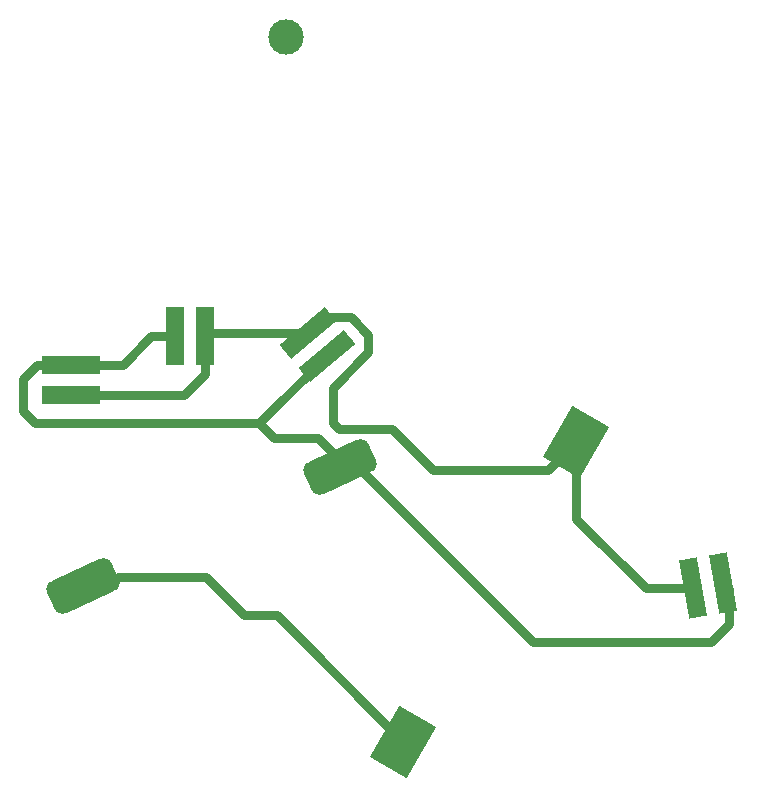
<source format=gbr>
%TF.GenerationSoftware,KiCad,Pcbnew,(6.0.10)*%
%TF.CreationDate,2022-12-29T11:48:08+01:00*%
%TF.ProjectId,brainBadge,62726169-6e42-4616-9467-652e6b696361,rev?*%
%TF.SameCoordinates,Original*%
%TF.FileFunction,Copper,L2,Bot*%
%TF.FilePolarity,Positive*%
%FSLAX46Y46*%
G04 Gerber Fmt 4.6, Leading zero omitted, Abs format (unit mm)*
G04 Created by KiCad (PCBNEW (6.0.10)) date 2022-12-29 11:48:08*
%MOMM*%
%LPD*%
G01*
G04 APERTURE LIST*
G04 Aperture macros list*
%AMRoundRect*
0 Rectangle with rounded corners*
0 $1 Rounding radius*
0 $2 $3 $4 $5 $6 $7 $8 $9 X,Y pos of 4 corners*
0 Add a 4 corners polygon primitive as box body*
4,1,4,$2,$3,$4,$5,$6,$7,$8,$9,$2,$3,0*
0 Add four circle primitives for the rounded corners*
1,1,$1+$1,$2,$3*
1,1,$1+$1,$4,$5*
1,1,$1+$1,$6,$7*
1,1,$1+$1,$8,$9*
0 Add four rect primitives between the rounded corners*
20,1,$1+$1,$2,$3,$4,$5,0*
20,1,$1+$1,$4,$5,$6,$7,0*
20,1,$1+$1,$6,$7,$8,$9,0*
20,1,$1+$1,$8,$9,$2,$3,0*%
%AMRotRect*
0 Rectangle, with rotation*
0 The origin of the aperture is its center*
0 $1 length*
0 $2 width*
0 $3 Rotation angle, in degrees counterclockwise*
0 Add horizontal line*
21,1,$1,$2,0,0,$3*%
G04 Aperture macros list end*
%TA.AperFunction,SMDPad,CuDef*%
%ADD10RotRect,5.000000X3.600000X240.000000*%
%TD*%
%TA.AperFunction,SMDPad,CuDef*%
%ADD11R,1.524000X5.000000*%
%TD*%
%TA.AperFunction,SMDPad,CuDef*%
%ADD12RoundRect,0.750000X1.722229X1.630622X-2.356156X-0.271160X-1.722229X-1.630622X2.356156X0.271160X0*%
%TD*%
%TA.AperFunction,SMDPad,CuDef*%
%ADD13RotRect,1.524000X5.000000X10.000000*%
%TD*%
%TA.AperFunction,SMDPad,CuDef*%
%ADD14C,3.000000*%
%TD*%
%TA.AperFunction,SMDPad,CuDef*%
%ADD15R,5.000000X1.524000*%
%TD*%
%TA.AperFunction,SMDPad,CuDef*%
%ADD16RotRect,1.524000X5.000000X310.000000*%
%TD*%
%TA.AperFunction,Conductor*%
%ADD17C,0.750000*%
%TD*%
G04 APERTURE END LIST*
D10*
%TO.P,BT1,1,+*%
%TO.N,+3V0*%
X129950000Y-116462272D03*
%TO.P,BT1,2,-*%
%TO.N,GND*%
X144600000Y-91087728D03*
%TD*%
D11*
%TO.P,D4,1,K*%
%TO.N,GND*%
X113145000Y-82125000D03*
%TO.P,D4,2,A*%
%TO.N,VCC*%
X110605000Y-82125000D03*
%TD*%
D12*
%TO.P,SW1,1*%
%TO.N,VCC*%
X124625694Y-93178581D03*
%TO.P,SW1,2*%
%TO.N,+3V0*%
X102874307Y-103321419D03*
%TD*%
D13*
%TO.P,D3,1,K*%
%TO.N,GND*%
X154513775Y-103482013D03*
%TO.P,D3,2,A*%
%TO.N,VCC*%
X157015187Y-103040947D03*
%TD*%
D14*
%TO.P,REF\u002A\u002A,*%
%TO.N,*%
X120000000Y-56800000D03*
%TD*%
D15*
%TO.P,D1,1,K*%
%TO.N,GND*%
X101800000Y-87100000D03*
%TO.P,D1,2,A*%
%TO.N,VCC*%
X101800000Y-84560000D03*
%TD*%
D16*
%TO.P,D2,1,K*%
%TO.N,GND*%
X121883408Y-81827124D03*
%TO.P,D2,2,A*%
%TO.N,VCC*%
X123516089Y-83772877D03*
%TD*%
D17*
%TO.N,GND*%
X123210532Y-80500000D02*
X121883408Y-81827124D01*
X124500000Y-90000000D02*
X124000000Y-89500000D01*
X124000000Y-86500000D02*
X127000000Y-83500000D01*
X144600000Y-91087728D02*
X142187728Y-93500000D01*
X142187728Y-93500000D02*
X132500000Y-93500000D01*
X154513775Y-103482013D02*
X150482013Y-103482013D01*
X124000000Y-89500000D02*
X124000000Y-86500000D01*
X144600000Y-97600000D02*
X144600000Y-91087728D01*
X150482013Y-103482013D02*
X144600000Y-97600000D01*
X121883408Y-81827124D02*
X113442876Y-81827124D01*
X113145000Y-85375000D02*
X113145000Y-82125000D01*
X127000000Y-83500000D02*
X127000000Y-82000000D01*
X127000000Y-82000000D02*
X125500000Y-80500000D01*
X125500000Y-80500000D02*
X123210532Y-80500000D01*
X129000000Y-90000000D02*
X124500000Y-90000000D01*
X113442876Y-81827124D02*
X113145000Y-82125000D01*
X101800000Y-87100000D02*
X111420000Y-87100000D01*
X111420000Y-87100000D02*
X113145000Y-85375000D01*
X132500000Y-93500000D02*
X129000000Y-90000000D01*
%TO.N,+3V0*%
X116486294Y-105756136D02*
X113230158Y-102500000D01*
X105788359Y-102500000D02*
X104653438Y-103634921D01*
X129950000Y-116462272D02*
X119243864Y-105756136D01*
X113230158Y-102500000D02*
X105788359Y-102500000D01*
X119243864Y-105756136D02*
X116486294Y-105756136D01*
%TO.N,VCC*%
X122750000Y-90750000D02*
X119038966Y-90750000D01*
X156000000Y-108000000D02*
X140912742Y-108000000D01*
X140912742Y-108000000D02*
X126404825Y-93492083D01*
X157500000Y-103525760D02*
X157500000Y-106500000D01*
X119038966Y-90750000D02*
X117788966Y-89500000D01*
X101800000Y-84560000D02*
X106190000Y-84560000D01*
X157015187Y-103040947D02*
X157500000Y-103525760D01*
X97750000Y-88500000D02*
X97750000Y-85750000D01*
X110605000Y-82125000D02*
X110605000Y-80253000D01*
X117788966Y-89500000D02*
X98750000Y-89500000D01*
X98940000Y-84560000D02*
X101800000Y-84560000D01*
X157500000Y-106500000D02*
X156000000Y-108000000D01*
X98750000Y-89500000D02*
X97750000Y-88500000D01*
X108625000Y-82125000D02*
X110605000Y-82125000D01*
X125492083Y-93492083D02*
X122750000Y-90750000D01*
X123516089Y-83772877D02*
X122000000Y-85288966D01*
X126404825Y-93492083D02*
X125492083Y-93492083D01*
X124863323Y-82425643D02*
X123516089Y-83772877D01*
X123516089Y-83772877D02*
X117788966Y-89500000D01*
X106190000Y-84560000D02*
X108625000Y-82125000D01*
X97750000Y-85750000D02*
X98940000Y-84560000D01*
%TD*%
M02*

</source>
